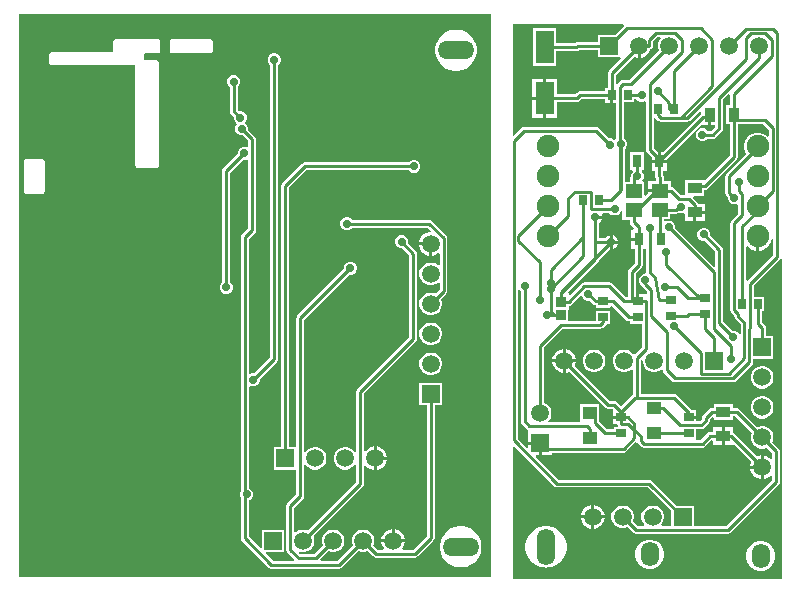
<source format=gbr>
G04*
G04 #@! TF.GenerationSoftware,Altium Limited,Altium Designer,22.4.2 (48)*
G04*
G04 Layer_Physical_Order=2*
G04 Layer_Color=16711680*
%FSLAX25Y25*%
%MOIN*%
G70*
G04*
G04 #@! TF.SameCoordinates,BE1E711C-C8E7-489F-BFDC-0012772F392D*
G04*
G04*
G04 #@! TF.FilePolarity,Positive*
G04*
G01*
G75*
%ADD12C,0.01000*%
%ADD16R,0.03197X0.03666*%
%ADD19R,0.03197X0.02593*%
%ADD20R,0.04749X0.03765*%
%ADD22R,0.03765X0.04749*%
%ADD23R,0.02977X0.04355*%
%ADD33R,0.05512X0.04528*%
%ADD36R,0.02593X0.03197*%
%ADD39R,0.04724X0.04331*%
%ADD56R,0.05906X0.05906*%
%ADD57C,0.05906*%
%ADD58R,0.05906X0.05906*%
%ADD59C,0.07500*%
%ADD60C,0.07400*%
%ADD61O,0.06000X0.12205*%
%ADD62O,0.06000X0.08268*%
%ADD63O,0.12205X0.06000*%
%ADD64C,0.02756*%
%ADD65R,0.06299X0.11024*%
G36*
X324311Y485359D02*
X324331Y485187D01*
X321384Y482240D01*
X315760D01*
Y479813D01*
X309000D01*
X308498Y479713D01*
X308072Y479428D01*
X307956Y479313D01*
X301937D01*
Y484299D01*
X294063D01*
Y471701D01*
X301937D01*
Y476687D01*
X308500D01*
X309002Y476787D01*
X309428Y477072D01*
X309544Y477187D01*
X315760D01*
Y474760D01*
X323196D01*
X323519Y474375D01*
X319408Y470264D01*
X319123Y469838D01*
X319023Y469336D01*
Y464599D01*
X318039D01*
Y463313D01*
X309700D01*
X309198Y463213D01*
X308772Y462928D01*
X308227Y462383D01*
X302150D01*
Y467583D01*
X298500D01*
Y454559D01*
X302150D01*
Y459758D01*
X308771D01*
X309273Y459858D01*
X309699Y460143D01*
X310244Y460687D01*
X318039D01*
Y459401D01*
X319836D01*
Y462000D01*
X320836D01*
Y459401D01*
X321687D01*
Y447282D01*
X321187Y447075D01*
X320927Y447336D01*
X320131Y447665D01*
X319391D01*
X316028Y451028D01*
X315602Y451313D01*
X315100Y451413D01*
X291200D01*
X290698Y451313D01*
X290272Y451028D01*
X287775Y448531D01*
X287313Y448722D01*
Y485687D01*
X324159D01*
X324311Y485359D01*
D02*
G37*
G36*
X336736Y481025D02*
X336507Y480796D01*
X336015Y479944D01*
X335760Y478992D01*
Y478008D01*
X336015Y477056D01*
X336083Y476939D01*
X326356Y467213D01*
X324000D01*
X323498Y467113D01*
X323072Y466828D01*
X322148Y465905D01*
X321846Y465970D01*
X321648Y466094D01*
Y468792D01*
X327783Y474927D01*
X327974Y474817D01*
X328980Y474547D01*
X329000D01*
Y478500D01*
X330000D01*
Y474547D01*
X330020D01*
X331026Y474817D01*
X331927Y475337D01*
X332663Y476073D01*
X333183Y476974D01*
X333265Y477280D01*
X333302Y477287D01*
X333728Y477572D01*
X334013Y477998D01*
X334113Y478500D01*
Y479956D01*
X335644Y481487D01*
X336545D01*
X336736Y481025D01*
D02*
G37*
G36*
X359723Y462159D02*
Y458662D01*
X358366D01*
Y452338D01*
X359723D01*
Y442079D01*
X351570Y433926D01*
X351162Y433705D01*
Y433705D01*
X351162Y433705D01*
X344838D01*
Y428813D01*
X343382D01*
X341117Y431078D01*
X340691Y431362D01*
X340188Y431462D01*
X340087D01*
Y433413D01*
X337643D01*
Y434900D01*
X337544Y435402D01*
X337454Y435536D01*
Y436822D01*
X338630D01*
Y439500D01*
X336142D01*
X333653D01*
Y436822D01*
X334829D01*
Y435089D01*
X334929Y434587D01*
X335018Y434453D01*
Y433413D01*
X332575D01*
Y430650D01*
X336331D01*
Y429650D01*
X332575D01*
Y429381D01*
X331675Y428481D01*
X331213Y428672D01*
Y433201D01*
X330774D01*
X330583Y433663D01*
X330694Y433773D01*
X331024Y434569D01*
Y435431D01*
X330694Y436227D01*
X330385Y436535D01*
X330592Y437035D01*
X331134D01*
Y442965D01*
X326582D01*
Y437035D01*
X327124D01*
X327331Y436535D01*
X327023Y436227D01*
X326693Y435431D01*
Y435256D01*
X326457Y434902D01*
X326357Y434400D01*
Y433201D01*
X324713D01*
Y443950D01*
X325236Y444473D01*
X325565Y445269D01*
Y446131D01*
X325236Y446927D01*
X324627Y447536D01*
X324313Y447666D01*
Y459614D01*
X327748D01*
Y460687D01*
X328550D01*
X329073Y460164D01*
X329869Y459835D01*
X330731D01*
X331187Y460024D01*
X331687Y459690D01*
Y443842D01*
X331787Y443339D01*
X332072Y442914D01*
X333653Y441332D01*
Y440500D01*
X335642D01*
Y443178D01*
X335521D01*
X334313Y444385D01*
Y454562D01*
X334813Y454714D01*
X334908Y454572D01*
X335908Y453572D01*
X336333Y453287D01*
X336836Y453187D01*
X345600D01*
X346102Y453287D01*
X346528Y453572D01*
X349620Y456664D01*
X350082Y456473D01*
Y455727D01*
X349872Y455586D01*
X337463Y443178D01*
X336642D01*
Y440500D01*
X338630D01*
Y440632D01*
X350124Y452126D01*
X352465D01*
Y455500D01*
X353465D01*
Y452126D01*
X354887D01*
Y451544D01*
X353456Y450113D01*
X352350D01*
X351827Y450636D01*
X351031Y450965D01*
X350169D01*
X349373Y450636D01*
X348764Y450027D01*
X348435Y449231D01*
Y448369D01*
X348764Y447573D01*
X349373Y446964D01*
X350169Y446635D01*
X351031D01*
X351827Y446964D01*
X352350Y447487D01*
X354000D01*
X354502Y447587D01*
X354928Y447872D01*
X357128Y450072D01*
X357413Y450498D01*
X357513Y451000D01*
Y460656D01*
X359223Y462366D01*
X359723Y462159D01*
D02*
G37*
G36*
X372725Y450419D02*
Y448399D01*
X372225Y448192D01*
X371786Y448631D01*
X370751Y449228D01*
X369597Y449537D01*
X368403D01*
X367249Y449228D01*
X366214Y448631D01*
X365369Y447786D01*
X364772Y446751D01*
X364463Y445597D01*
Y444403D01*
X364772Y443249D01*
X365182Y442538D01*
X358572Y435928D01*
X358287Y435502D01*
X358187Y435000D01*
Y429544D01*
X358287Y429042D01*
X358572Y428616D01*
X359001Y428187D01*
Y427447D01*
X359331Y426651D01*
X359940Y426042D01*
X360736Y425713D01*
X361597D01*
X362019Y425887D01*
X362519Y425553D01*
Y422497D01*
X360324Y420301D01*
X360039Y419875D01*
X359939Y419373D01*
Y390368D01*
X360039Y389866D01*
X360324Y389440D01*
X361187Y388576D01*
Y388365D01*
X361287Y387863D01*
X361572Y387437D01*
X363287Y385722D01*
Y382601D01*
X362787Y382502D01*
X362736Y382627D01*
X362127Y383236D01*
X361331Y383565D01*
X360591D01*
X357513Y386644D01*
Y410600D01*
X357413Y411102D01*
X357128Y411528D01*
X353265Y415391D01*
Y416131D01*
X352936Y416927D01*
X352327Y417536D01*
X351531Y417865D01*
X350669D01*
X349873Y417536D01*
X349264Y416927D01*
X348935Y416131D01*
Y415269D01*
X349264Y414473D01*
X349873Y413864D01*
X350669Y413535D01*
X351409D01*
X354887Y410056D01*
Y405022D01*
X354425Y404831D01*
X341465Y417791D01*
Y418531D01*
X341136Y419327D01*
X340527Y419936D01*
X339731Y420265D01*
X338869D01*
X338143Y419965D01*
X337643Y420159D01*
Y420799D01*
X339874D01*
Y422538D01*
X341910D01*
X342412Y422638D01*
X342598Y422761D01*
X342904Y422635D01*
X343765D01*
X344126Y422784D01*
X344626Y422450D01*
Y420082D01*
X347500D01*
Y422965D01*
X348000D01*
Y423465D01*
X351374D01*
Y425847D01*
X349244D01*
X349213Y426002D01*
X348928Y426428D01*
X347452Y427904D01*
X347644Y428366D01*
X351162D01*
Y430476D01*
X351289D01*
X351791Y430576D01*
X352217Y430861D01*
X361964Y440607D01*
X362248Y441033D01*
X362348Y441535D01*
Y452256D01*
X362418Y452313D01*
X370831D01*
X372725Y450419D01*
D02*
G37*
G36*
X323914Y423445D02*
Y420587D01*
X326357D01*
Y419689D01*
X326457Y419186D01*
X326741Y418761D01*
X327824Y417678D01*
X327617Y417178D01*
X326870D01*
Y414500D01*
X329358D01*
Y413500D01*
X326870D01*
Y410822D01*
X328046D01*
Y406051D01*
X326072Y404077D01*
X325787Y403651D01*
X325687Y403149D01*
Y394641D01*
X325144D01*
X320484Y399301D01*
X320058Y399586D01*
X319556Y399685D01*
X311245D01*
X310742Y399586D01*
X310317Y399301D01*
X306561Y395545D01*
X306099Y395736D01*
Y395961D01*
X305970D01*
X305779Y396423D01*
X315828Y406472D01*
X316113Y406898D01*
X316176Y407215D01*
X319697Y410736D01*
X319705Y410733D01*
Y415467D01*
X318858Y415116D01*
X318189Y414447D01*
X318175Y414413D01*
X316213D01*
Y419270D01*
X316247Y419284D01*
X316916Y419953D01*
X317267Y420800D01*
X314900D01*
Y421800D01*
X317267D01*
X317065Y422287D01*
X317399Y422787D01*
X319550D01*
X320073Y422264D01*
X320869Y421935D01*
X321731D01*
X322527Y422264D01*
X323136Y422873D01*
X323413Y423544D01*
X323914Y423445D01*
D02*
G37*
G36*
X369500Y410250D02*
X369625D01*
X370833Y410574D01*
X371917Y411199D01*
X372801Y412083D01*
X373426Y413167D01*
X373725Y414281D01*
X374225Y414215D01*
Y408781D01*
X365648Y400205D01*
X365346Y400270D01*
X365148Y400394D01*
Y411427D01*
X365648Y411634D01*
X366083Y411199D01*
X367167Y410574D01*
X368375Y410250D01*
X368500D01*
Y415000D01*
X369500D01*
Y410250D01*
D02*
G37*
G36*
X331687Y403000D02*
X331694Y402965D01*
X331284Y402465D01*
X331169D01*
X330373Y402136D01*
X329764Y401527D01*
X329435Y400731D01*
Y399869D01*
X329764Y399073D01*
X330373Y398464D01*
X330423Y398444D01*
X330672Y398072D01*
X332087Y396656D01*
Y395652D01*
X331599Y395625D01*
Y395625D01*
X329500D01*
Y393328D01*
X328500D01*
Y395625D01*
X328313D01*
Y402605D01*
X330286Y404579D01*
X330571Y405005D01*
X330671Y405507D01*
Y410822D01*
X331687D01*
Y403000D01*
D02*
G37*
G36*
X310514Y395078D02*
X310764Y394473D01*
X311373Y393864D01*
X312169Y393535D01*
X312909D01*
X314043Y392400D01*
X314469Y392116D01*
X314972Y392016D01*
X315114D01*
Y391244D01*
X319886D01*
Y391550D01*
X320386Y391758D01*
X325072Y387072D01*
X325498Y386787D01*
X326000Y386687D01*
X326614D01*
Y385916D01*
X330587D01*
Y378044D01*
X328169Y375625D01*
X327544Y375708D01*
X327493Y375797D01*
X326797Y376493D01*
X325944Y376985D01*
X324992Y377240D01*
X324008D01*
X323056Y376985D01*
X322203Y376493D01*
X321507Y375797D01*
X321015Y374944D01*
X320760Y373992D01*
Y373008D01*
X321015Y372056D01*
X321507Y371203D01*
X322203Y370507D01*
X323056Y370015D01*
X324008Y369760D01*
X324992D01*
X325944Y370015D01*
X326797Y370507D01*
X327025Y370736D01*
X327487Y370545D01*
Y362306D01*
X327072Y362028D01*
X323481Y358437D01*
X322008Y359848D01*
X321804Y359978D01*
X321602Y360113D01*
X321588Y360116D01*
X321576Y360123D01*
X321338Y360165D01*
X321100Y360213D01*
X319644D01*
X308073Y371783D01*
X308183Y371974D01*
X308453Y372980D01*
Y373000D01*
X305000D01*
Y369547D01*
X305020D01*
X306026Y369817D01*
X306217Y369927D01*
X318172Y357972D01*
X318598Y357687D01*
X319100Y357587D01*
X320573D01*
X320750Y357417D01*
X320901Y356961D01*
X320901D01*
X320901Y356961D01*
Y355164D01*
X323500D01*
Y354164D01*
X320901D01*
Y352367D01*
X322157D01*
X322268Y352093D01*
X322287Y351998D01*
X322338Y351922D01*
X322339Y351919D01*
X322072Y351420D01*
X321114D01*
Y350648D01*
X318744D01*
X316150Y353242D01*
Y358953D01*
X309850D01*
Y353047D01*
X309365Y353013D01*
X299455D01*
X299264Y353475D01*
X299493Y353703D01*
X299985Y354556D01*
X300240Y355508D01*
Y356492D01*
X299985Y357444D01*
X299493Y358296D01*
X298797Y358993D01*
X297944Y359485D01*
X297813Y359520D01*
Y377956D01*
X304044Y384187D01*
X316500D01*
X317002Y384287D01*
X317428Y384572D01*
X318428Y385572D01*
X318658Y385916D01*
X319886D01*
Y390084D01*
X315114D01*
Y386813D01*
X305886D01*
Y390295D01*
X306099D01*
Y391835D01*
X306502Y391915D01*
X306928Y392200D01*
X309973Y395244D01*
X310514Y395078D01*
D02*
G37*
G36*
X377158Y407570D02*
X377187Y407558D01*
Y300813D01*
X287313D01*
Y344878D01*
X287775Y345069D01*
X301172Y331672D01*
X301598Y331387D01*
X302100Y331287D01*
X332356D01*
X340260Y323384D01*
Y318513D01*
X336955D01*
X336764Y318975D01*
X336993Y319203D01*
X337485Y320056D01*
X337740Y321008D01*
Y321992D01*
X337485Y322944D01*
X336993Y323797D01*
X336297Y324493D01*
X335444Y324985D01*
X334492Y325240D01*
X333508D01*
X332556Y324985D01*
X331703Y324493D01*
X331007Y323797D01*
X330515Y322944D01*
X330260Y321992D01*
Y321008D01*
X330515Y320056D01*
X331007Y319203D01*
X331236Y318975D01*
X331045Y318513D01*
X328844D01*
X327417Y319939D01*
X327485Y320056D01*
X327740Y321008D01*
Y321992D01*
X327485Y322944D01*
X326993Y323797D01*
X326296Y324493D01*
X325444Y324985D01*
X324492Y325240D01*
X323508D01*
X322556Y324985D01*
X321704Y324493D01*
X321007Y323797D01*
X320515Y322944D01*
X320260Y321992D01*
Y321008D01*
X320515Y320056D01*
X321007Y319203D01*
X321704Y318507D01*
X322556Y318015D01*
X323508Y317760D01*
X324492D01*
X325444Y318015D01*
X325561Y318083D01*
X327372Y316272D01*
X327798Y315987D01*
X328300Y315887D01*
X359200D01*
X359702Y315987D01*
X360128Y316272D01*
X376128Y332272D01*
X376413Y332698D01*
X376513Y333200D01*
Y343300D01*
X376413Y343802D01*
X376128Y344228D01*
X373917Y346439D01*
X373985Y346556D01*
X374240Y347508D01*
Y348492D01*
X373985Y349444D01*
X373493Y350296D01*
X372797Y350993D01*
X371944Y351485D01*
X370992Y351740D01*
X370008D01*
X369056Y351485D01*
X368939Y351417D01*
X362928Y357428D01*
X362502Y357713D01*
X362000Y357813D01*
X360662D01*
Y359170D01*
X354338D01*
Y357813D01*
X353700D01*
X353198Y357713D01*
X352772Y357428D01*
X350772Y355428D01*
X350487Y355002D01*
X350387Y354500D01*
Y354044D01*
X349656Y353313D01*
X348599D01*
Y354164D01*
X346000D01*
Y355164D01*
X348599D01*
Y356961D01*
X347040D01*
X346928Y357128D01*
X342028Y362028D01*
X341602Y362313D01*
X341100Y362413D01*
X330113D01*
Y373534D01*
X330260Y373631D01*
X330760Y373361D01*
Y373008D01*
X331015Y372056D01*
X331507Y371203D01*
X332204Y370507D01*
X333056Y370015D01*
X334008Y369760D01*
X334992D01*
X335944Y370015D01*
X336796Y370507D01*
X337025Y370736D01*
X337487Y370545D01*
Y370400D01*
X337587Y369898D01*
X337872Y369472D01*
X340512Y366832D01*
X340938Y366547D01*
X341440Y366447D01*
X360860D01*
X361362Y366547D01*
X361788Y366832D01*
X367058Y372102D01*
X367342Y372528D01*
X367442Y373030D01*
Y374260D01*
X374240D01*
Y381740D01*
X371813D01*
Y384500D01*
X371713Y385002D01*
X371428Y385428D01*
X370477Y386380D01*
Y390114D01*
X371248D01*
Y394886D01*
X367813D01*
Y398656D01*
X376466Y407309D01*
X376687Y407641D01*
X377158Y407570D01*
D02*
G37*
G36*
X289987Y396650D02*
Y353300D01*
X290087Y352798D01*
X290372Y352372D01*
X291972Y350772D01*
X292398Y350487D01*
X292571Y350453D01*
X292547Y349953D01*
X292547D01*
Y346500D01*
X296500D01*
Y346000D01*
X297000D01*
Y342047D01*
X300453D01*
Y342887D01*
X324300D01*
X324802Y342987D01*
X325228Y343272D01*
X328323Y346366D01*
X328897Y346234D01*
X329072Y345972D01*
X330072Y344972D01*
X330498Y344687D01*
X331000Y344587D01*
X350671D01*
X351173Y344687D01*
X351599Y344972D01*
X353626Y346999D01*
X354126Y346831D01*
Y345547D01*
X357000D01*
Y348429D01*
Y351311D01*
X354126D01*
Y349742D01*
X353200D01*
X352698Y349642D01*
X352272Y349357D01*
X350127Y347213D01*
X348870D01*
X348386Y347252D01*
Y350687D01*
X350200D01*
X350702Y350787D01*
X351128Y351072D01*
X352628Y352572D01*
X352913Y352998D01*
X353013Y353500D01*
Y353956D01*
X353838Y354782D01*
X354338Y354575D01*
Y353830D01*
X360662D01*
Y355187D01*
X361456D01*
X367083Y349561D01*
X367015Y349444D01*
X366760Y348492D01*
Y347508D01*
X367015Y346556D01*
X367507Y345704D01*
X368203Y345007D01*
X369056Y344515D01*
X370008Y344260D01*
X370992D01*
X371944Y344515D01*
X372061Y344583D01*
X373887Y342756D01*
Y340910D01*
X373387Y340703D01*
X372927Y341163D01*
X372026Y341683D01*
X371020Y341953D01*
X371000D01*
Y338000D01*
Y334047D01*
X371020D01*
X372026Y334317D01*
X372927Y334837D01*
X373387Y335297D01*
X373887Y335090D01*
Y333744D01*
X358656Y318513D01*
X347740D01*
Y325240D01*
X342116D01*
X333828Y333528D01*
X333402Y333813D01*
X332900Y333913D01*
X302644D01*
X294971Y341585D01*
X295162Y342047D01*
X296000D01*
Y345500D01*
X292547D01*
Y344662D01*
X292085Y344471D01*
X289047Y347509D01*
Y396937D01*
X289156Y396999D01*
X289547Y397091D01*
X289987Y396650D01*
D02*
G37*
G36*
X280187Y379500D02*
Y301313D01*
X122813D01*
Y489187D01*
X280187D01*
Y379500D01*
D02*
G37*
%LPC*%
G36*
X297500Y467583D02*
X293850D01*
Y461571D01*
X297500D01*
Y467583D01*
D02*
G37*
G36*
Y460571D02*
X293850D01*
Y454559D01*
X297500D01*
Y460571D01*
D02*
G37*
G36*
X351374Y422465D02*
X348500D01*
Y420082D01*
X351374D01*
Y422465D01*
D02*
G37*
G36*
X320705Y415467D02*
Y413600D01*
X322572D01*
X322221Y414447D01*
X321552Y415116D01*
X320705Y415467D01*
D02*
G37*
G36*
X322572Y412600D02*
X320705D01*
Y410733D01*
X321552Y411084D01*
X322221Y411753D01*
X322572Y412600D01*
D02*
G37*
G36*
X305020Y377453D02*
X305000D01*
Y374000D01*
X308453D01*
Y374020D01*
X308183Y375026D01*
X307663Y375927D01*
X306927Y376663D01*
X306026Y377183D01*
X305020Y377453D01*
D02*
G37*
G36*
X304000D02*
X303980D01*
X302974Y377183D01*
X302073Y376663D01*
X301337Y375927D01*
X300817Y375026D01*
X300547Y374020D01*
Y374000D01*
X304000D01*
Y377453D01*
D02*
G37*
G36*
X314992Y377240D02*
X314008D01*
X313056Y376985D01*
X312204Y376493D01*
X311507Y375797D01*
X311015Y374944D01*
X310760Y373992D01*
Y373008D01*
X311015Y372056D01*
X311507Y371203D01*
X312204Y370507D01*
X313056Y370015D01*
X314008Y369760D01*
X314992D01*
X315944Y370015D01*
X316796Y370507D01*
X317493Y371203D01*
X317985Y372056D01*
X318240Y373008D01*
Y373992D01*
X317985Y374944D01*
X317493Y375797D01*
X316796Y376493D01*
X315944Y376985D01*
X314992Y377240D01*
D02*
G37*
G36*
X304000Y373000D02*
X300547D01*
Y372980D01*
X300817Y371974D01*
X301337Y371073D01*
X302073Y370337D01*
X302974Y369817D01*
X303980Y369547D01*
X304000D01*
Y373000D01*
D02*
G37*
G36*
X370992Y371740D02*
X370008D01*
X369056Y371485D01*
X368203Y370993D01*
X367507Y370297D01*
X367015Y369444D01*
X366760Y368492D01*
Y367508D01*
X367015Y366556D01*
X367507Y365704D01*
X368203Y365007D01*
X369056Y364515D01*
X370008Y364260D01*
X370992D01*
X371944Y364515D01*
X372797Y365007D01*
X373493Y365704D01*
X373985Y366556D01*
X374240Y367508D01*
Y368492D01*
X373985Y369444D01*
X373493Y370297D01*
X372797Y370993D01*
X371944Y371485D01*
X370992Y371740D01*
D02*
G37*
G36*
Y361740D02*
X370008D01*
X369056Y361485D01*
X368203Y360993D01*
X367507Y360297D01*
X367015Y359444D01*
X366760Y358492D01*
Y357508D01*
X367015Y356556D01*
X367507Y355703D01*
X368203Y355007D01*
X369056Y354515D01*
X370008Y354260D01*
X370992D01*
X371944Y354515D01*
X372797Y355007D01*
X373493Y355703D01*
X373985Y356556D01*
X374240Y357508D01*
Y358492D01*
X373985Y359444D01*
X373493Y360297D01*
X372797Y360993D01*
X371944Y361485D01*
X370992Y361740D01*
D02*
G37*
G36*
X314520Y325453D02*
X314500D01*
Y322000D01*
X317953D01*
Y322020D01*
X317683Y323026D01*
X317163Y323927D01*
X316427Y324663D01*
X315526Y325183D01*
X314520Y325453D01*
D02*
G37*
G36*
X313500D02*
X313480D01*
X312474Y325183D01*
X311573Y324663D01*
X310837Y323927D01*
X310317Y323026D01*
X310047Y322020D01*
Y322000D01*
X313500D01*
Y325453D01*
D02*
G37*
G36*
X317953Y321000D02*
X314500D01*
Y317547D01*
X314520D01*
X315526Y317817D01*
X316427Y318337D01*
X317163Y319073D01*
X317683Y319974D01*
X317953Y320980D01*
Y321000D01*
D02*
G37*
G36*
X313500D02*
X310047D01*
Y320980D01*
X310317Y319974D01*
X310837Y319073D01*
X311573Y318337D01*
X312474Y317817D01*
X313480Y317547D01*
X313500D01*
Y321000D01*
D02*
G37*
G36*
X298500Y318422D02*
X298252Y318390D01*
X297821D01*
X296490Y318125D01*
X295236Y317606D01*
X294108Y316852D01*
X293148Y315892D01*
X292394Y314763D01*
X291875Y313510D01*
X291610Y312179D01*
Y310821D01*
X291875Y309490D01*
X292394Y308237D01*
X293148Y307108D01*
X294108Y306148D01*
X295236Y305394D01*
X296490Y304875D01*
X297821Y304610D01*
X298252D01*
X298500Y304578D01*
X298748Y304610D01*
X299179D01*
X300510Y304875D01*
X301764Y305394D01*
X302892Y306148D01*
X303852Y307108D01*
X304606Y308237D01*
X305125Y309490D01*
X305390Y310821D01*
Y312179D01*
X305125Y313510D01*
X304606Y314763D01*
X303852Y315892D01*
X302892Y316852D01*
X301764Y317606D01*
X300510Y318125D01*
X299179Y318390D01*
X298748D01*
X298500Y318422D01*
D02*
G37*
G36*
X333000Y313954D02*
X332752Y313921D01*
X332352D01*
X331101Y313586D01*
X329978Y312938D01*
X329062Y312022D01*
X328414Y310899D01*
X328079Y309648D01*
Y308352D01*
X328414Y307101D01*
X329062Y305978D01*
X329978Y305062D01*
X331101Y304414D01*
X332352Y304079D01*
X332752D01*
X333000Y304046D01*
X333248Y304079D01*
X333648D01*
X334899Y304414D01*
X336022Y305062D01*
X336938Y305978D01*
X337586Y307101D01*
X337921Y308352D01*
Y309648D01*
X337586Y310899D01*
X336938Y312022D01*
X336022Y312938D01*
X334899Y313586D01*
X333648Y313921D01*
X333248D01*
X333000Y313954D01*
D02*
G37*
G36*
X370000Y313454D02*
X369752Y313421D01*
X369352D01*
X368101Y313086D01*
X366978Y312438D01*
X366062Y311522D01*
X365414Y310400D01*
X365079Y309148D01*
Y307852D01*
X365414Y306600D01*
X366062Y305478D01*
X366978Y304562D01*
X368101Y303914D01*
X369352Y303579D01*
X369752D01*
X370000Y303546D01*
X370248Y303579D01*
X370648D01*
X371900Y303914D01*
X373022Y304562D01*
X373938Y305478D01*
X374586Y306600D01*
X374921Y307852D01*
Y309148D01*
X374586Y310400D01*
X373938Y311522D01*
X373022Y312438D01*
X371900Y313086D01*
X370648Y313421D01*
X370248D01*
X370000Y313454D01*
D02*
G37*
G36*
X360874Y351311D02*
X358000D01*
Y348429D01*
Y345547D01*
X360874D01*
X360874Y345547D01*
Y345547D01*
X361295Y345349D01*
X366927Y339717D01*
X366817Y339526D01*
X366547Y338520D01*
Y338500D01*
X370000D01*
Y341953D01*
X369980D01*
X368974Y341683D01*
X368783Y341573D01*
X360999Y349357D01*
X360874Y349441D01*
Y351311D01*
D02*
G37*
G36*
X370000Y337500D02*
X366547D01*
Y337480D01*
X366817Y336474D01*
X367337Y335573D01*
X368073Y334837D01*
X368974Y334317D01*
X369980Y334047D01*
X370000D01*
Y337500D01*
D02*
G37*
G36*
X186626Y480748D02*
X173831D01*
X173523Y480687D01*
X173263Y480513D01*
X173089Y480252D01*
X173028Y479945D01*
Y476992D01*
X173089Y476685D01*
X173263Y476424D01*
X173523Y476250D01*
X173831Y476189D01*
X186626D01*
X186933Y476250D01*
X187194Y476424D01*
X187368Y476685D01*
X187429Y476992D01*
Y479945D01*
X187368Y480252D01*
X187194Y480513D01*
X186933Y480687D01*
X186626Y480748D01*
D02*
G37*
G36*
X269179Y483890D02*
X267821D01*
X266490Y483625D01*
X265236Y483106D01*
X264108Y482352D01*
X263148Y481392D01*
X262394Y480264D01*
X261875Y479010D01*
X261610Y477679D01*
Y477248D01*
X261578Y477000D01*
X261610Y476752D01*
Y476321D01*
X261875Y474990D01*
X262394Y473736D01*
X263148Y472608D01*
X264108Y471648D01*
X265236Y470894D01*
X266490Y470375D01*
X267821Y470110D01*
X269179D01*
X270510Y470375D01*
X271763Y470894D01*
X272892Y471648D01*
X273852Y472608D01*
X274606Y473736D01*
X275125Y474990D01*
X275390Y476321D01*
Y476752D01*
X275422Y477000D01*
X275390Y477248D01*
Y477679D01*
X275125Y479010D01*
X274606Y480264D01*
X273852Y481392D01*
X272892Y482352D01*
X271763Y483106D01*
X270510Y483625D01*
X269179Y483890D01*
D02*
G37*
G36*
X169106Y480748D02*
X154933D01*
X154626Y480687D01*
X154365Y480513D01*
X154191Y480252D01*
X154130Y479945D01*
Y476992D01*
X154145Y476917D01*
X153845Y476463D01*
X153774Y476417D01*
X133673D01*
X133366Y476356D01*
X133106Y476182D01*
X132932Y475921D01*
X132870Y475614D01*
Y472858D01*
X132932Y472551D01*
X133106Y472291D01*
X133366Y472117D01*
X133673Y472055D01*
X161610D01*
Y438606D01*
X161672Y438299D01*
X161846Y438039D01*
X162106Y437865D01*
X162413Y437804D01*
X168713D01*
X169020Y437865D01*
X169280Y438039D01*
X169454Y438299D01*
X169516Y438606D01*
Y472858D01*
X169454Y473166D01*
X169280Y473426D01*
X169020Y473600D01*
X168713Y473661D01*
X164397D01*
Y475614D01*
X164382Y475690D01*
X164682Y476144D01*
X164754Y476190D01*
X169106D01*
X169413Y476251D01*
X169674Y476425D01*
X169848Y476685D01*
X169909Y476992D01*
Y479945D01*
X169848Y480252D01*
X169674Y480513D01*
X169413Y480687D01*
X169106Y480748D01*
D02*
G37*
G36*
X130524Y440787D02*
X125209D01*
X124901Y440726D01*
X124641Y440552D01*
X124467Y440292D01*
X124406Y439984D01*
Y429945D01*
X124467Y429638D01*
X124641Y429377D01*
X124901Y429203D01*
X125209Y429142D01*
X130524D01*
X130831Y429203D01*
X131091Y429377D01*
X131265Y429638D01*
X131326Y429945D01*
Y439984D01*
X131265Y440292D01*
X131091Y440552D01*
X130831Y440726D01*
X130524Y440787D01*
D02*
G37*
G36*
X259500Y412000D02*
X256047D01*
Y411980D01*
X256317Y410974D01*
X256837Y410073D01*
X257573Y409337D01*
X258474Y408817D01*
X259480Y408547D01*
X259500D01*
Y412000D01*
D02*
G37*
G36*
X232490Y421365D02*
X231628D01*
X230832Y421036D01*
X230223Y420427D01*
X229894Y419631D01*
Y418769D01*
X230223Y417973D01*
X230832Y417364D01*
X231628Y417035D01*
X232490D01*
X233286Y417364D01*
X233809Y417887D01*
X259056D01*
X260029Y416915D01*
X259838Y416453D01*
X259480D01*
X258474Y416183D01*
X257573Y415663D01*
X256837Y414927D01*
X256317Y414026D01*
X256047Y413020D01*
Y413000D01*
X260000D01*
Y412500D01*
X260500D01*
Y408547D01*
X260520D01*
X261526Y408817D01*
X262427Y409337D01*
X262525Y409435D01*
X262987Y409244D01*
Y405455D01*
X262525Y405264D01*
X262297Y405493D01*
X261444Y405985D01*
X260492Y406240D01*
X259508D01*
X258556Y405985D01*
X257703Y405493D01*
X257007Y404797D01*
X256515Y403944D01*
X256260Y402992D01*
Y402008D01*
X256515Y401056D01*
X257007Y400204D01*
X257703Y399507D01*
X258556Y399015D01*
X259508Y398760D01*
X260492D01*
X261444Y399015D01*
X262297Y399507D01*
X262525Y399736D01*
X262987Y399545D01*
Y397344D01*
X261561Y395917D01*
X261444Y395985D01*
X260492Y396240D01*
X259508D01*
X258556Y395985D01*
X257703Y395493D01*
X257007Y394796D01*
X256515Y393944D01*
X256260Y392992D01*
Y392008D01*
X256515Y391056D01*
X257007Y390203D01*
X257703Y389507D01*
X258556Y389015D01*
X259508Y388760D01*
X260492D01*
X261444Y389015D01*
X262297Y389507D01*
X262993Y390203D01*
X263485Y391056D01*
X263740Y392008D01*
Y392992D01*
X263485Y393944D01*
X263417Y394061D01*
X265228Y395872D01*
X265513Y396298D01*
X265613Y396800D01*
Y414500D01*
X265513Y415002D01*
X265228Y415428D01*
X260528Y420128D01*
X260102Y420413D01*
X259600Y420513D01*
X233809D01*
X233286Y421036D01*
X232490Y421365D01*
D02*
G37*
G36*
X260492Y386240D02*
X259508D01*
X258556Y385985D01*
X257703Y385493D01*
X257007Y384797D01*
X256515Y383944D01*
X256260Y382992D01*
Y382008D01*
X256515Y381056D01*
X257007Y380204D01*
X257703Y379507D01*
X258556Y379015D01*
X259508Y378760D01*
X260492D01*
X261444Y379015D01*
X262297Y379507D01*
X262993Y380204D01*
X263485Y381056D01*
X263740Y382008D01*
Y382992D01*
X263485Y383944D01*
X262993Y384797D01*
X262297Y385493D01*
X261444Y385985D01*
X260492Y386240D01*
D02*
G37*
G36*
X208231Y475965D02*
X207369D01*
X206573Y475636D01*
X205964Y475027D01*
X205635Y474231D01*
Y473369D01*
X205964Y472573D01*
X206487Y472050D01*
Y374708D01*
X201145Y369365D01*
X200405D01*
X199913Y369161D01*
X199413Y369492D01*
Y414156D01*
X201428Y416172D01*
X201713Y416598D01*
X201813Y417100D01*
Y447300D01*
X201713Y447802D01*
X201428Y448228D01*
X199165Y450491D01*
Y451231D01*
X198836Y452027D01*
X198227Y452636D01*
X198134Y453100D01*
X198336Y453301D01*
X198665Y454097D01*
Y454959D01*
X198336Y455755D01*
X197727Y456364D01*
X196931Y456693D01*
X196191D01*
X195680Y457204D01*
Y464809D01*
X196203Y465332D01*
X196533Y466128D01*
Y466990D01*
X196203Y467786D01*
X195594Y468395D01*
X194799Y468724D01*
X193937D01*
X193141Y468395D01*
X192532Y467786D01*
X192202Y466990D01*
Y466128D01*
X192532Y465332D01*
X193055Y464809D01*
Y456660D01*
X193155Y456158D01*
X193440Y455732D01*
X194335Y454837D01*
Y454097D01*
X194664Y453301D01*
X195273Y452692D01*
X195366Y452228D01*
X195164Y452027D01*
X194835Y451231D01*
Y450369D01*
X195164Y449573D01*
X195773Y448964D01*
X196569Y448635D01*
X197309D01*
X199187Y446756D01*
Y445019D01*
X198687Y444685D01*
X198251Y444865D01*
X197390D01*
X196594Y444536D01*
X195985Y443927D01*
X195655Y443131D01*
Y442391D01*
X190872Y437608D01*
X190587Y437182D01*
X190487Y436679D01*
Y399750D01*
X189964Y399227D01*
X189635Y398431D01*
Y397569D01*
X189964Y396773D01*
X190573Y396164D01*
X191369Y395835D01*
X192231D01*
X193027Y396164D01*
X193636Y396773D01*
X193965Y397569D01*
Y398431D01*
X193636Y399227D01*
X193113Y399750D01*
Y436136D01*
X197512Y440535D01*
X198251D01*
X198687Y440715D01*
X199187Y440381D01*
Y417644D01*
X197172Y415628D01*
X196887Y415202D01*
X196787Y414700D01*
Y330041D01*
X196535Y329431D01*
Y328569D01*
X196787Y327959D01*
Y314300D01*
X196887Y313798D01*
X197172Y313372D01*
X205972Y304572D01*
X206398Y304287D01*
X206900Y304187D01*
X229500D01*
X230002Y304287D01*
X230428Y304572D01*
X235939Y310083D01*
X236056Y310015D01*
X237008Y309760D01*
X237992D01*
X238944Y310015D01*
X239061Y310083D01*
X240872Y308272D01*
X241298Y307987D01*
X241800Y307887D01*
X254700D01*
X255202Y307987D01*
X255628Y308272D01*
X260928Y313572D01*
X261213Y313998D01*
X261313Y314500D01*
Y358760D01*
X263740D01*
Y366240D01*
X256260D01*
Y358760D01*
X258687D01*
Y315044D01*
X254156Y310513D01*
X250756D01*
X250565Y310975D01*
X250663Y311073D01*
X251183Y311974D01*
X251453Y312980D01*
Y313000D01*
X243547D01*
Y312980D01*
X243817Y311974D01*
X244337Y311073D01*
X244435Y310975D01*
X244244Y310513D01*
X242344D01*
X240917Y311939D01*
X240985Y312056D01*
X241240Y313008D01*
Y313992D01*
X240985Y314944D01*
X240493Y315796D01*
X239796Y316493D01*
X238944Y316985D01*
X237992Y317240D01*
X237008D01*
X236056Y316985D01*
X235204Y316493D01*
X234507Y315796D01*
X234015Y314944D01*
X233760Y313992D01*
Y313008D01*
X234015Y312056D01*
X234083Y311939D01*
X228956Y306813D01*
X223322D01*
X223131Y307275D01*
X225939Y310083D01*
X226056Y310015D01*
X227008Y309760D01*
X227992D01*
X228944Y310015D01*
X229797Y310507D01*
X230493Y311204D01*
X230985Y312056D01*
X231240Y313008D01*
Y313992D01*
X230985Y314944D01*
X230493Y315796D01*
X229797Y316493D01*
X228944Y316985D01*
X227992Y317240D01*
X227008D01*
X226056Y316985D01*
X225203Y316493D01*
X224507Y315796D01*
X224015Y314944D01*
X223760Y313992D01*
Y313008D01*
X224015Y312056D01*
X224083Y311939D01*
X221156Y309013D01*
X216544D01*
X216060Y309496D01*
X216319Y309944D01*
X217008Y309760D01*
X217992D01*
X218944Y310015D01*
X219796Y310507D01*
X220493Y311204D01*
X220985Y312056D01*
X221240Y313008D01*
Y313992D01*
X220985Y314944D01*
X220917Y315061D01*
X237428Y331572D01*
X237713Y331998D01*
X237813Y332500D01*
Y338481D01*
X238313Y338615D01*
X238337Y338573D01*
X239073Y337837D01*
X239974Y337317D01*
X240980Y337047D01*
X241000D01*
Y341000D01*
Y344953D01*
X240980D01*
X239974Y344683D01*
X239073Y344163D01*
X238337Y343427D01*
X238313Y343385D01*
X237813Y343519D01*
Y362605D01*
X255188Y379981D01*
X255472Y380406D01*
X255572Y380909D01*
Y409240D01*
X255472Y409742D01*
X255188Y410168D01*
X252465Y412891D01*
Y413631D01*
X252136Y414427D01*
X251527Y415036D01*
X250731Y415365D01*
X249869D01*
X249073Y415036D01*
X248464Y414427D01*
X248135Y413631D01*
Y412769D01*
X248464Y411973D01*
X249073Y411364D01*
X249869Y411035D01*
X250609D01*
X252947Y408697D01*
Y381452D01*
X235572Y364077D01*
X235287Y363651D01*
X235187Y363149D01*
Y343094D01*
X234687Y342960D01*
X234493Y343297D01*
X233797Y343993D01*
X232944Y344485D01*
X231992Y344740D01*
X231008D01*
X230056Y344485D01*
X229204Y343993D01*
X228507Y343297D01*
X228015Y342444D01*
X227760Y341492D01*
Y340508D01*
X228015Y339556D01*
X228507Y338703D01*
X229204Y338007D01*
X230056Y337515D01*
X231008Y337260D01*
X231992D01*
X232944Y337515D01*
X233797Y338007D01*
X234493Y338703D01*
X234687Y339040D01*
X235187Y338906D01*
Y333044D01*
X219061Y316917D01*
X218944Y316985D01*
X217992Y317240D01*
X217008D01*
X216056Y316985D01*
X215203Y316493D01*
X214975Y316264D01*
X214513Y316455D01*
Y324556D01*
X217428Y327472D01*
X217713Y327898D01*
X217813Y328400D01*
Y338906D01*
X218313Y339040D01*
X218507Y338703D01*
X219203Y338007D01*
X220056Y337515D01*
X221008Y337260D01*
X221992D01*
X222944Y337515D01*
X223797Y338007D01*
X224493Y338703D01*
X224985Y339556D01*
X225240Y340508D01*
Y341492D01*
X224985Y342444D01*
X224493Y343297D01*
X223797Y343993D01*
X222944Y344485D01*
X221992Y344740D01*
X221008D01*
X220056Y344485D01*
X219203Y343993D01*
X218507Y343297D01*
X218313Y342960D01*
X217813Y343094D01*
Y387156D01*
X232891Y402235D01*
X233631D01*
X234427Y402564D01*
X235036Y403173D01*
X235365Y403969D01*
Y404831D01*
X235036Y405627D01*
X234427Y406236D01*
X233631Y406565D01*
X232769D01*
X231973Y406236D01*
X231364Y405627D01*
X231035Y404831D01*
Y404091D01*
X215572Y388628D01*
X215287Y388202D01*
X215187Y387700D01*
Y344740D01*
X212813D01*
Y431256D01*
X218544Y436987D01*
X252650D01*
X253173Y436464D01*
X253969Y436135D01*
X254831D01*
X255627Y436464D01*
X256236Y437073D01*
X256565Y437869D01*
Y438731D01*
X256236Y439527D01*
X255627Y440136D01*
X254831Y440465D01*
X253969D01*
X253173Y440136D01*
X252650Y439613D01*
X218000D01*
X217498Y439513D01*
X217072Y439228D01*
X210572Y432728D01*
X210287Y432302D01*
X210187Y431800D01*
Y344740D01*
X207760D01*
Y337260D01*
X215187D01*
Y328944D01*
X212272Y326028D01*
X211987Y325602D01*
X211887Y325100D01*
Y310500D01*
X211987Y309998D01*
X212272Y309572D01*
X214569Y307275D01*
X214378Y306813D01*
X207444D01*
X204958Y309298D01*
X205150Y309760D01*
X211240D01*
Y317240D01*
X203760D01*
Y311150D01*
X203298Y310958D01*
X199413Y314844D01*
Y326951D01*
X199927Y327164D01*
X200536Y327773D01*
X200865Y328569D01*
Y329431D01*
X200536Y330227D01*
X199927Y330836D01*
X199413Y331049D01*
Y364908D01*
X199913Y365239D01*
X200405Y365035D01*
X201267D01*
X202062Y365364D01*
X202672Y365973D01*
X203001Y366769D01*
Y367509D01*
X208728Y373236D01*
X209013Y373662D01*
X209113Y374164D01*
Y472050D01*
X209636Y472573D01*
X209965Y473369D01*
Y474231D01*
X209636Y475027D01*
X209027Y475636D01*
X208231Y475965D01*
D02*
G37*
G36*
X260492Y376240D02*
X259508D01*
X258556Y375985D01*
X257703Y375493D01*
X257007Y374797D01*
X256515Y373944D01*
X256260Y372992D01*
Y372008D01*
X256515Y371056D01*
X257007Y370203D01*
X257703Y369507D01*
X258556Y369015D01*
X259508Y368760D01*
X260492D01*
X261444Y369015D01*
X262297Y369507D01*
X262993Y370203D01*
X263485Y371056D01*
X263740Y372008D01*
Y372992D01*
X263485Y373944D01*
X262993Y374797D01*
X262297Y375493D01*
X261444Y375985D01*
X260492Y376240D01*
D02*
G37*
G36*
X242020Y344953D02*
X242000D01*
Y341500D01*
X245453D01*
Y341520D01*
X245183Y342526D01*
X244663Y343427D01*
X243927Y344163D01*
X243026Y344683D01*
X242020Y344953D01*
D02*
G37*
G36*
X245453Y340500D02*
X242000D01*
Y337047D01*
X242020D01*
X243026Y337317D01*
X243927Y337837D01*
X244663Y338573D01*
X245183Y339474D01*
X245453Y340480D01*
Y340500D01*
D02*
G37*
G36*
X248020Y317453D02*
X248000D01*
Y314000D01*
X251453D01*
Y314020D01*
X251183Y315026D01*
X250663Y315927D01*
X249927Y316663D01*
X249026Y317183D01*
X248020Y317453D01*
D02*
G37*
G36*
X247000D02*
X246980D01*
X245974Y317183D01*
X245073Y316663D01*
X244337Y315927D01*
X243817Y315026D01*
X243547Y314020D01*
Y314000D01*
X247000D01*
Y317453D01*
D02*
G37*
G36*
X270679Y318390D02*
X269321D01*
X267990Y318125D01*
X266737Y317606D01*
X265608Y316852D01*
X264648Y315892D01*
X263894Y314763D01*
X263375Y313510D01*
X263110Y312179D01*
Y311748D01*
X263078Y311500D01*
X263110Y311252D01*
Y310821D01*
X263375Y309490D01*
X263894Y308237D01*
X264648Y307108D01*
X265608Y306148D01*
X266737Y305394D01*
X267990Y304875D01*
X269321Y304610D01*
X270679D01*
X272010Y304875D01*
X273264Y305394D01*
X274392Y306148D01*
X275352Y307108D01*
X276106Y308237D01*
X276625Y309490D01*
X276890Y310821D01*
Y311252D01*
X276922Y311500D01*
X276890Y311748D01*
Y312179D01*
X276625Y313510D01*
X276106Y314763D01*
X275352Y315892D01*
X274392Y316852D01*
X273264Y317606D01*
X272010Y318125D01*
X270679Y318390D01*
D02*
G37*
%LPD*%
D12*
X326000Y388000D02*
X329000D01*
X320672Y393328D02*
X326000Y388000D01*
X317500Y393328D02*
X320672D01*
X340300Y349336D02*
X346000D01*
X340270Y349366D02*
X340300Y349336D01*
X334500Y349366D02*
X340270D01*
X370500Y378000D02*
Y384500D01*
X369164Y385836D02*
X370500Y384500D01*
X369164Y385836D02*
Y392500D01*
X336331Y430150D02*
Y434900D01*
X336142Y435089D02*
X336331Y434900D01*
X336142Y435089D02*
Y440000D01*
X335200Y430150D02*
X336331D01*
X328901Y423850D02*
X335200Y430150D01*
X327669Y423850D02*
X328901D01*
X329358Y414000D02*
Y418000D01*
X327669Y419689D02*
X329358Y418000D01*
X327669Y419689D02*
Y423850D01*
X309700Y462000D02*
X320336D01*
X308771Y461071D02*
X309700Y462000D01*
X298000Y461071D02*
X308771D01*
X346000Y389000D02*
X351500D01*
X345500Y388500D02*
X346000Y389000D01*
X340000Y388500D02*
X345500D01*
X309000Y478500D02*
X319500D01*
X308500Y478000D02*
X309000Y478500D01*
X298000Y478000D02*
X308500D01*
X320336Y469336D02*
X329500Y478500D01*
X320336Y462000D02*
Y469336D01*
X318200Y349336D02*
X323500D01*
X314836Y352700D02*
X318200Y349336D01*
X313000Y356000D02*
X314836D01*
X317500Y386500D02*
Y388000D01*
X316500Y385500D02*
X317500Y386500D01*
X303500Y385500D02*
X316500D01*
X296500Y378500D02*
X303500Y385500D01*
X296500Y356000D02*
Y378500D01*
X352965Y454658D02*
Y455500D01*
X341100Y361100D02*
X346000Y356200D01*
Y354664D02*
Y356200D01*
X362000Y356500D02*
X370500Y348000D01*
X357500Y356500D02*
X362000D01*
X327669Y430150D02*
Y434400D01*
X341164Y457500D02*
Y470164D01*
X349500Y478500D01*
X353700Y356500D02*
X357500D01*
X351700Y354500D02*
X353700Y356500D01*
X351700Y353500D02*
Y354500D01*
X350200Y352000D02*
X351700Y353500D01*
X343100Y352000D02*
X350200D01*
X337466Y357634D02*
X343100Y352000D01*
X334500Y357634D02*
X337466D01*
X336642Y414000D02*
Y414596D01*
X336331Y414907D02*
X336642Y414596D01*
X336331Y414907D02*
Y423850D01*
X312600Y395700D02*
X314972Y393328D01*
X317500D01*
X319556Y398373D02*
X324600Y393328D01*
X311245Y398373D02*
X319556D01*
X306000Y393128D02*
X311245Y398373D01*
X303500Y393128D02*
X306000D01*
X303500Y396000D02*
X314900Y407400D01*
X303500Y393128D02*
Y396000D01*
X336331Y430150D02*
X340188D01*
X342838Y427500D01*
X346000D01*
X348000Y425500D01*
Y422965D02*
Y425500D01*
X313000Y347732D02*
Y350700D01*
X312000Y351700D02*
X313000Y350700D01*
X292900Y351700D02*
X312000D01*
X291300Y353300D02*
X292900Y351700D01*
X291300Y353300D02*
Y398400D01*
X299000Y415000D02*
X305900Y421900D01*
Y427800D01*
X308000Y429900D01*
X313500D01*
Y424100D02*
Y429900D01*
Y424100D02*
X321300D01*
X323400Y430400D02*
Y445700D01*
X369500Y474500D02*
Y478500D01*
X356200Y461200D02*
X369500Y474500D01*
X356200Y451000D02*
Y461200D01*
X354000Y448800D02*
X356200Y451000D01*
X350600Y448800D02*
X354000D01*
X361035Y455500D02*
Y462500D01*
X373740Y475205D01*
Y480500D01*
X371500Y482740D02*
X373740Y480500D01*
X366840Y482740D02*
X371500D01*
X365200Y481100D02*
X366840Y482740D01*
X365200Y474100D02*
Y481100D01*
X345600Y454500D02*
X365200Y474100D01*
X335836Y455500D02*
X336836Y454500D01*
X331600Y399000D02*
Y400300D01*
Y399000D02*
X333400Y397200D01*
Y388400D02*
Y397200D01*
Y388400D02*
X338800Y383000D01*
Y370400D02*
Y383000D01*
Y370400D02*
X341440Y367760D01*
X360860D01*
X366130Y373030D01*
Y384030D01*
X366500Y384400D01*
Y399200D01*
X365240Y484240D02*
X374000D01*
X359500Y478500D02*
X365240Y484240D01*
X370500Y348000D02*
X375200Y343300D01*
Y333200D02*
Y343300D01*
X359200Y317200D02*
X375200Y333200D01*
X328300Y317200D02*
X359200D01*
X324000Y321500D02*
X328300Y317200D01*
X296500Y346000D02*
X298300Y344200D01*
X324300D01*
X327900Y347800D01*
X325736Y354664D02*
X327900Y352500D01*
X323500Y354664D02*
X325736D01*
X319500Y478500D02*
X325300Y484300D01*
X350000D01*
X353800Y480500D01*
Y465000D02*
Y480500D01*
X343300Y454500D02*
X353800Y465000D01*
X335836Y455500D02*
Y457500D01*
X354500Y373500D02*
Y381200D01*
X351500Y384200D02*
X354500Y381200D01*
X351500Y384200D02*
Y389000D01*
X353200Y348429D02*
X357500D01*
X350671Y345900D02*
X353200Y348429D01*
X331000Y345900D02*
X350671D01*
X330000Y346900D02*
X331000Y345900D01*
X330000Y346900D02*
Y348400D01*
X323500Y352500D02*
X325900D01*
X323500D02*
Y354664D01*
X327000Y393328D02*
X329000D01*
X327000Y403149D02*
X329358Y405507D01*
Y414000D01*
X356200Y386100D02*
X360900Y381400D01*
X356200Y386100D02*
Y410600D01*
X351100Y415700D02*
X356200Y410600D01*
X339400Y457500D02*
X341164D01*
X335700Y463300D02*
X339400Y459600D01*
X339300Y418100D02*
X354400Y403000D01*
Y384065D02*
Y403000D01*
Y384065D02*
X360100Y378365D01*
Y374060D02*
Y378365D01*
X300000Y389872D02*
X301000Y388872D01*
X300000Y403800D02*
X310836Y414636D01*
X326900Y465900D02*
X339500Y478500D01*
X324000Y465900D02*
X326900D01*
X323000Y464900D02*
X324000Y465900D01*
X320000Y427000D02*
X323000Y430000D01*
X316164Y427000D02*
X320000D01*
X325664Y462000D02*
X330300D01*
X338600Y405600D02*
Y409700D01*
Y405600D02*
X349872Y394328D01*
X351500D01*
X342100Y398000D02*
X345772Y394328D01*
X338100Y398000D02*
X342100D01*
X296300Y393879D02*
Y406435D01*
X289235Y413500D02*
X296300Y406435D01*
X289235Y413500D02*
Y415235D01*
X299000Y425000D01*
X333000Y403000D02*
Y417700D01*
Y403000D02*
X334947Y401053D01*
X335966Y393828D01*
X340000D01*
X332900Y332600D02*
X344000Y321500D01*
X302100Y332600D02*
X332900D01*
X287735Y346965D02*
X302100Y332600D01*
X287735Y346965D02*
Y446635D01*
X291200Y450100D01*
X315100D01*
X319700Y445500D01*
X364600Y374500D02*
Y386265D01*
X359360Y369260D02*
X364600Y374500D01*
X350260Y369260D02*
X359360D01*
X350260D02*
Y375940D01*
X341200Y385000D02*
X350260Y375940D01*
X336142Y440000D02*
X336492Y440350D01*
X333000Y443842D02*
Y465700D01*
X343800Y476500D01*
Y480500D01*
X341500Y482800D02*
X343800Y480500D01*
X335100Y482800D02*
X341500D01*
X332800Y480500D02*
X335100Y482800D01*
X329500Y478500D02*
X332800D01*
X314900Y413100D02*
X320205D01*
X304500Y373500D02*
X319100Y358900D01*
X321100D01*
X323500Y356600D01*
X329000Y393328D02*
X331900D01*
Y377500D02*
Y393328D01*
X328800Y374400D02*
X331900Y377500D01*
X328800Y361100D02*
Y374400D01*
X328000Y361100D02*
X328800D01*
X323500Y356600D02*
X328000Y361100D01*
X357500Y348429D02*
X360071D01*
X370500Y338000D01*
X345772Y394328D02*
X349872D01*
X314836Y352700D02*
Y356000D01*
X339400Y457500D02*
Y459600D01*
X323000Y430000D02*
X323400Y430400D01*
X323000Y430000D02*
Y464900D01*
X328858Y435000D02*
Y435589D01*
Y440000D01*
X327669Y434400D02*
X328858Y435589D01*
X327900Y350500D02*
X330000Y348400D01*
X325900Y352500D02*
X327900Y350500D01*
X328800Y361100D02*
X341100D01*
X324600Y393328D02*
X327000D01*
X327900Y347800D02*
Y350500D01*
Y352500D01*
X323500Y354664D02*
Y356500D01*
Y356600D01*
X327000Y393328D02*
Y403149D01*
X303500Y396395D02*
X314900Y407795D01*
X320205Y413100D01*
X303500Y396000D02*
Y396395D01*
X333000Y443842D02*
X336492Y440350D01*
X350800Y454658D02*
X352965D01*
X336492Y440350D02*
X350800Y454658D01*
X314900Y407400D02*
Y407795D01*
Y413100D01*
Y421300D01*
X332800Y478500D02*
Y480500D01*
X301000Y388872D02*
X303500D01*
X298900D02*
X301000D01*
X300000Y389872D02*
Y397600D01*
Y399300D02*
Y403800D01*
Y397600D02*
Y399300D01*
X343300Y454500D02*
X345600D01*
X336836D02*
X343300D01*
X310836Y408436D02*
Y414636D01*
Y427000D01*
X369000Y445000D02*
Y445500D01*
X369500Y446000D01*
X341910Y423850D02*
X342860Y424800D01*
X336331Y423850D02*
X341910D01*
X342860Y424800D02*
X343335D01*
X361252Y390368D02*
Y419373D01*
X362500Y388365D02*
X364600Y386265D01*
X361252Y390368D02*
X362500Y389120D01*
Y388365D02*
Y389120D01*
X361252Y419373D02*
X363832Y421953D01*
Y429234D01*
X362885Y430181D02*
Y433115D01*
Y430181D02*
X363832Y429234D01*
X359500Y429544D02*
X361166Y427878D01*
X369500Y445500D02*
Y446000D01*
X369000Y425000D02*
X374037Y430037D01*
X375537Y408237D02*
Y482703D01*
X361035Y455008D02*
Y455500D01*
X374000Y484240D02*
X375537Y482703D01*
X361035Y455008D02*
X362418Y453626D01*
X366500Y399200D02*
X375537Y408237D01*
X374037Y430037D02*
Y450963D01*
X371374Y453626D02*
X374037Y450963D01*
X362418Y453626D02*
X371374D01*
X369500Y445000D02*
Y445500D01*
X359500Y435000D02*
X369500Y445000D01*
X359500Y429544D02*
Y435000D01*
X351289Y431789D02*
X361035Y441535D01*
Y455008D01*
X348753Y431789D02*
X351289D01*
X348000Y431035D02*
X348753Y431789D01*
X369000Y423500D02*
Y425000D01*
X363836Y418336D02*
X369000Y423500D01*
X363836Y392500D02*
Y418336D01*
X300000Y397600D02*
X310836Y408436D01*
X260000Y392500D02*
X264300Y396800D01*
Y414500D01*
X259600Y419200D02*
X264300Y414500D01*
X232059Y419200D02*
X259600D01*
X237500Y313500D02*
X241800Y309200D01*
X254700D01*
X260000Y314500D01*
Y362500D01*
X200836Y367200D02*
X207800Y374164D01*
Y473800D01*
X217500Y313500D02*
X236500Y332500D01*
Y363149D01*
X254260Y380909D01*
Y409240D01*
X250300Y413200D02*
X254260Y409240D01*
X194368Y456660D02*
Y466559D01*
Y456660D02*
X196500Y454528D01*
X218000Y438300D02*
X254400D01*
X211500Y431800D02*
X218000Y438300D01*
X211500Y341000D02*
Y431800D01*
X191800Y398000D02*
Y436679D01*
X197821Y442700D01*
X216500Y387700D02*
X233200Y404400D01*
X216500Y328400D02*
Y387700D01*
X213200Y325100D02*
X216500Y328400D01*
X213200Y310500D02*
Y325100D01*
Y310500D02*
X216000Y307700D01*
X221700D01*
X227500Y313500D01*
X206900Y305500D02*
X229500D01*
X198100Y314300D02*
X206900Y305500D01*
X198100Y329000D02*
X198700D01*
X197000Y450800D02*
X200500Y447300D01*
Y417100D02*
Y447300D01*
X198100Y414700D02*
X200500Y417100D01*
X229500Y305500D02*
X237500Y313500D01*
X198100Y314300D02*
Y329000D01*
Y414700D01*
D16*
X303500Y388872D02*
D03*
Y393128D02*
D03*
D19*
X346000Y349336D02*
D03*
Y354664D02*
D03*
X329000Y388000D02*
D03*
Y393328D02*
D03*
X317500Y388000D02*
D03*
Y393328D02*
D03*
X323500Y354664D02*
D03*
Y349336D02*
D03*
X340000Y388500D02*
D03*
Y393828D02*
D03*
X351500Y389000D02*
D03*
Y394328D02*
D03*
D20*
X357500Y348429D02*
D03*
Y356500D02*
D03*
X348000Y431035D02*
D03*
Y422965D02*
D03*
D22*
X352965Y455500D02*
D03*
X361035D02*
D03*
D23*
X336142Y440000D02*
D03*
X328858D02*
D03*
X329358Y414000D02*
D03*
X336642D02*
D03*
D33*
X327669Y430150D02*
D03*
X336331D02*
D03*
Y423850D02*
D03*
X327669D02*
D03*
D36*
X325664Y462000D02*
D03*
X320336D02*
D03*
X363836Y392500D02*
D03*
X369164D02*
D03*
X316164Y427000D02*
D03*
X310836D02*
D03*
X341164Y457500D02*
D03*
X335836D02*
D03*
D39*
X334500Y349366D02*
D03*
Y357634D02*
D03*
X313000Y347732D02*
D03*
Y356000D02*
D03*
D56*
X296500Y346000D02*
D03*
X370500Y378000D02*
D03*
X260000Y362500D02*
D03*
D57*
X296500Y356000D02*
D03*
X314000Y321500D02*
D03*
X324000D02*
D03*
X334000D02*
D03*
X370500Y338000D02*
D03*
Y348000D02*
D03*
Y358000D02*
D03*
Y368000D02*
D03*
X304500Y373500D02*
D03*
X314500D02*
D03*
X324500D02*
D03*
X334500D02*
D03*
X344500D02*
D03*
X369500Y478500D02*
D03*
X359500D02*
D03*
X349500D02*
D03*
X339500D02*
D03*
X329500D02*
D03*
X217500Y313500D02*
D03*
X227500D02*
D03*
X237500D02*
D03*
X247500D02*
D03*
X241500Y341000D02*
D03*
X231500D02*
D03*
X221500D02*
D03*
X260000Y412500D02*
D03*
Y402500D02*
D03*
Y392500D02*
D03*
Y382500D02*
D03*
Y372500D02*
D03*
D58*
X344000Y321500D02*
D03*
X354500Y373500D02*
D03*
X319500Y478500D02*
D03*
X207500Y313500D02*
D03*
X211500Y341000D02*
D03*
D59*
X369000Y415000D02*
D03*
Y425000D02*
D03*
X299000Y445000D02*
D03*
Y435000D02*
D03*
X369000Y445000D02*
D03*
X299000Y425000D02*
D03*
X369000Y435000D02*
D03*
X299000Y415000D02*
D03*
D60*
X369000D02*
D03*
Y445000D02*
D03*
Y435000D02*
D03*
Y425000D02*
D03*
X299000Y445000D02*
D03*
Y435000D02*
D03*
Y425000D02*
D03*
Y415000D02*
D03*
D61*
X298500Y311500D02*
D03*
D62*
X333000Y309000D02*
D03*
X370000Y308500D02*
D03*
D63*
X270000Y311500D02*
D03*
X268500Y477000D02*
D03*
D64*
X312600Y395700D02*
D03*
X314900Y421300D02*
D03*
X300000Y399300D02*
D03*
Y397600D02*
D03*
X291300Y398400D02*
D03*
X320205Y413100D02*
D03*
X321300Y424100D02*
D03*
X323400Y445700D02*
D03*
X350600Y448800D02*
D03*
X331600Y400300D02*
D03*
X298900Y388872D02*
D03*
X360900Y381400D02*
D03*
X351100Y415700D02*
D03*
X335700Y463300D02*
D03*
X339300Y418100D02*
D03*
X360100Y374060D02*
D03*
X330300Y462000D02*
D03*
X338600Y409700D02*
D03*
X338100Y398000D02*
D03*
X296300Y393879D02*
D03*
X333000Y417700D02*
D03*
X319700Y445500D02*
D03*
X341200Y385000D02*
D03*
X328858Y435000D02*
D03*
X343335Y424800D02*
D03*
X361166Y427878D02*
D03*
X362885Y433115D02*
D03*
X232059Y419200D02*
D03*
X200836Y367200D02*
D03*
X207800Y473800D02*
D03*
X250300Y413200D02*
D03*
X194368Y466559D02*
D03*
X196500Y454528D02*
D03*
X254400Y438300D02*
D03*
X191800Y398000D02*
D03*
X197821Y442700D02*
D03*
X233200Y404400D02*
D03*
X198700Y329000D02*
D03*
X197000Y450800D02*
D03*
X163000Y430500D02*
D03*
X129000Y425500D02*
D03*
X212500Y450000D02*
D03*
Y445000D02*
D03*
Y440500D02*
D03*
X182000Y356500D02*
D03*
X222000Y330000D02*
D03*
X274500Y401000D02*
D03*
X237000Y445000D02*
D03*
X160000Y382000D02*
D03*
X155000Y315000D02*
D03*
X181500Y304500D02*
D03*
D03*
D65*
X298000Y461071D02*
D03*
Y478000D02*
D03*
M02*

</source>
